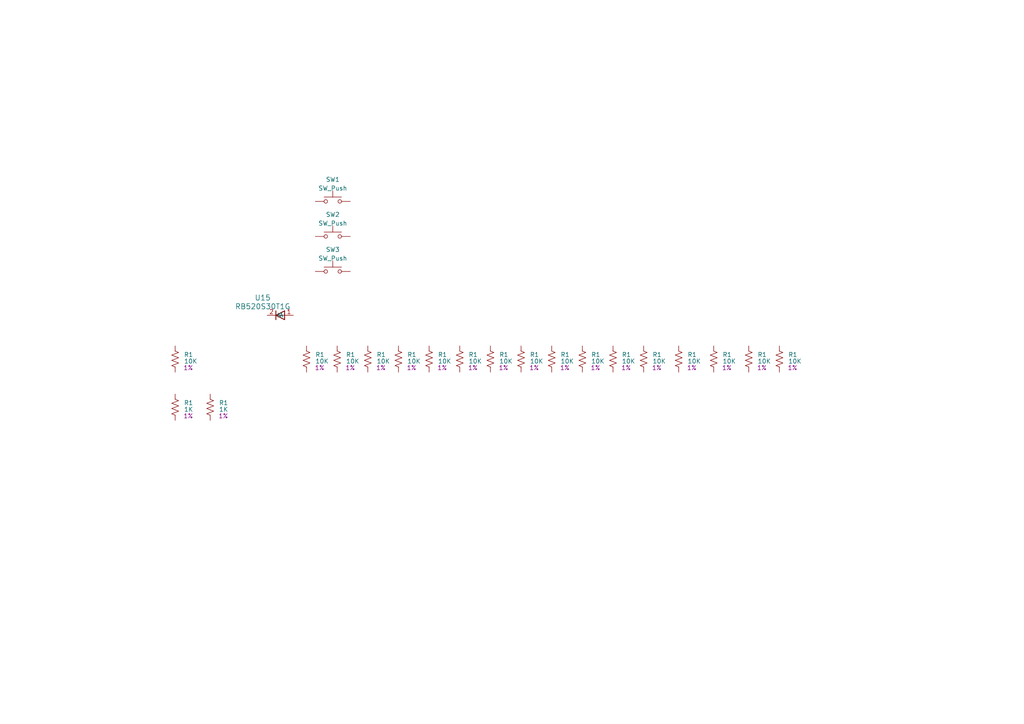
<source format=kicad_sch>
(kicad_sch (version 20230121) (generator eeschema)
  (paper "A4")
  (title_block (title "TI Ember AM62 SiP Concept") (date "2023-06-09") (rev "Rev 0") (company "Andrei Aldea - Texas Instruments"))
  (lib_symbols
    (symbol "2023-06-07_15-46-43:RB520S30T1G" (pin_names (offset 0.254))
      (property "Reference" "U" (at 3.81 6.35 0))
      (property "Value" "RB520S30T1G" (at 3.81 3.81 0))
      (symbol "RB520S30T1G_0_1"
        (polyline (pts (xy 2.54 1.27) (xy 2.54 -1.27)) (stroke (width 0.254)))
        (polyline (pts (xy 5.08 0) (xy 2.54 0)))
        (polyline (pts (xy 5.08 1.27) (xy 5.08 -1.27) (xy 2.54 0) (xy 5.08 1.27)) (stroke (width 0.254)))
      )
      (symbol "RB520S30T1G_1_1"
        (pin passive line (at 7.62 0 180) (length 2.54) (name "A") (number "1"))
        (pin passive line (at 0 0 0) (length 2.54) (name "K") (number "2"))
      )
    )
    (symbol "Device:R_US" (pin_numbers hide) (pin_names (offset 0))
      (property "Reference" "R" (at 2.54 0 90))
      (property "Value" "R_US" (at -2.54 0 90))
      (symbol "R_US_0_1"
        (polyline (pts (xy 0 -2.286) (xy 0 -2.54)))
        (polyline (pts (xy 0 2.286) (xy 0 2.54)))
        (polyline (pts (xy 0 -0.762) (xy 1.016 -1.143) (xy 0 -1.524) (xy -1.016 -1.905) (xy 0 -2.286)))
        (polyline (pts (xy 0 0.762) (xy 1.016 0.381) (xy 0 0) (xy -1.016 -0.381) (xy 0 -0.762)))
        (polyline (pts (xy 0 2.286) (xy 1.016 1.905) (xy 0 1.524) (xy -1.016 1.143) (xy 0 0.762)))
      )
      (symbol "R_US_1_1"
        (pin passive line (at 0 3.81 270) (length 1.27) (name "~") (number "1"))
        (pin passive line (at 0 -3.81 90) (length 1.27) (name "~") (number "2"))
      )
    )
    (symbol "Switch:SW_Push" (pin_numbers hide) (pin_names (offset 1.016) hide)
      (property "Reference" "SW" (at 1.27 2.54 0))
      (property "Value" "SW_Push" (at 0 -1.524 0))
      (symbol "SW_Push_0_1"
        (circle (center -2.032 0) (radius 0.508))
        (polyline (pts (xy 0 1.27) (xy 0 3.048)))
        (polyline (pts (xy 2.54 1.27) (xy -2.54 1.27)))
        (circle (center 2.032 0) (radius 0.508))
        (pin passive line (at -5.08 0 0) (length 2.54) (name "1") (number "1"))
        (pin passive line (at 5.08 0 180) (length 2.54) (name "2") (number "2"))
      )
    )
  )
  (symbol (lib_id "Switch:SW_Push") (at 96.52 58.42 0) (unit 1)
    (property "Reference" "SW1" (at 96.52 52.07 0))
    (property "Value" "SW_Push" (at 96.52 54.61 0))
  )
  (symbol (lib_id "Device:R_US") (at 207.01 104.14 0) (unit 1)
    (property "Reference" "R1" (at 209.55 102.87 0) (effects (justify left)))
    (property "Value" "10K" (at 209.55 104.775 0) (effects (justify left)))
    (property "Footprint" "Resistor_SMD:R_0201_0603Metric" (effects hide))
    (property "Tolerance" "1%" (at 210.82 106.68 0))
    (instances (project "TI Ember" (path "" (reference "R1") (unit 1)) (path "" (reference "R4") (unit 1)) (path "" (reference "R30") (unit 1)) (path "" (reference "R44") (unit 1))))
  )
  (symbol (lib_id "Switch:SW_Push") (at 96.52 68.58 0) (unit 1)
    (property "Reference" "SW2" (at 96.52 62.23 0))
    (property "Value" "SW_Push" (at 96.52 64.77 0))
  )
  (symbol (lib_id "Device:R_US") (at 97.79 104.14 0) (unit 1)
    (property "Reference" "R1" (at 100.33 102.87 0) (effects (justify left)))
    (property "Value" "10K" (at 100.33 104.775 0) (effects (justify left)))
    (property "Footprint" "Resistor_SMD:R_0201_0603Metric" (effects hide))
    (property "Tolerance" "1%" (at 101.6 106.68 0))
    (instances (project "TI Ember" (path "" (reference "R1") (unit 1)) (path "" (reference "R4") (unit 1)) (path "" (reference "R30") (unit 1)) (path "" (reference "R32") (unit 1))))
  )
  (symbol (lib_id "Device:R_US") (at 168.91 104.14 0) (unit 1)
    (property "Reference" "R1" (at 171.45 102.87 0) (effects (justify left)))
    (property "Value" "10K" (at 171.45 104.775 0) (effects (justify left)))
    (property "Footprint" "Resistor_SMD:R_0201_0603Metric" (effects hide))
    (property "Tolerance" "1%" (at 172.72 106.68 0))
    (instances (project "TI Ember" (path "" (reference "R1") (unit 1)) (path "" (reference "R4") (unit 1)) (path "" (reference "R30") (unit 1)) (path "" (reference "R40") (unit 1))))
  )
  (symbol (lib_id "Switch:SW_Push") (at 96.52 78.74 0) (unit 1)
    (property "Reference" "SW3" (at 96.52 72.39 0))
    (property "Value" "SW_Push" (at 96.52 74.93 0))
  )
  (symbol (lib_id "Device:R_US") (at 133.35 104.14 0) (unit 1)
    (property "Reference" "R1" (at 135.89 102.87 0) (effects (justify left)))
    (property "Value" "10K" (at 135.89 104.775 0) (effects (justify left)))
    (property "Footprint" "Resistor_SMD:R_0201_0603Metric" (effects hide))
    (property "Tolerance" "1%" (at 137.16 106.68 0))
    (instances (project "TI Ember" (path "" (reference "R1") (unit 1)) (path "" (reference "R4") (unit 1)) (path "" (reference "R30") (unit 1)) (path "" (reference "R36") (unit 1))))
  )
  (symbol (lib_id "Device:R_US") (at 160.02 104.14 0) (unit 1)
    (property "Reference" "R1" (at 162.56 102.87 0) (effects (justify left)))
    (property "Value" "10K" (at 162.56 104.775 0) (effects (justify left)))
    (property "Footprint" "Resistor_SMD:R_0201_0603Metric" (effects hide))
    (property "Tolerance" "1%" (at 163.83 106.68 0))
    (instances (project "TI Ember" (path "" (reference "R1") (unit 1)) (path "" (reference "R4") (unit 1)) (path "" (reference "R30") (unit 1)) (path "" (reference "R39") (unit 1))))
  )
  (symbol (lib_id "Device:R_US") (at 50.8 104.14 0) (unit 1)
    (property "Reference" "R1" (at 53.34 102.87 0) (effects (justify left)))
    (property "Value" "10K" (at 53.34 104.775 0) (effects (justify left)))
    (property "Footprint" "Resistor_SMD:R_0201_0603Metric" (effects hide))
    (property "Tolerance" "1%" (at 54.61 106.68 0))
    (instances (project "TI Ember" (path "" (reference "R1") (unit 1)) (path "" (reference "R4") (unit 1)) (path "" (reference "R30") (unit 1)) (path "" (reference "R47") (unit 1))))
  )
  (symbol (lib_id "Device:R_US") (at 60.96 118.11 0) (unit 1)
    (property "Reference" "R1" (at 63.5 116.84 0) (effects (justify left)))
    (property "Value" "1K" (at 63.5 118.745 0) (effects (justify left)))
    (property "Footprint" "Resistor_SMD:R_0201_0603Metric" (effects hide))
    (property "Tolerance" "1%" (at 64.77 120.65 0))
    (instances (project "TI Ember" (path "" (reference "R1") (unit 1)) (path "" (reference "R4") (unit 1)) (path "" (reference "R30") (unit 1)) (path "" (reference "R49") (unit 1))))
  )
  (symbol (lib_id "Device:R_US") (at 177.8 104.14 0) (unit 1)
    (property "Reference" "R1" (at 180.34 102.87 0) (effects (justify left)))
    (property "Value" "10K" (at 180.34 104.775 0) (effects (justify left)))
    (property "Footprint" "Resistor_SMD:R_0201_0603Metric" (effects hide))
    (property "Tolerance" "1%" (at 181.61 106.68 0))
    (instances (project "TI Ember" (path "" (reference "R1") (unit 1)) (path "" (reference "R4") (unit 1)) (path "" (reference "R30") (unit 1)) (path "" (reference "R41") (unit 1))))
  )
  (symbol (lib_id "Device:R_US") (at 124.46 104.14 0) (unit 1)
    (property "Reference" "R1" (at 127 102.87 0) (effects (justify left)))
    (property "Value" "10K" (at 127 104.775 0) (effects (justify left)))
    (property "Footprint" "Resistor_SMD:R_0201_0603Metric" (effects hide))
    (property "Tolerance" "1%" (at 128.27 106.68 0))
    (instances (project "TI Ember" (path "" (reference "R1") (unit 1)) (path "" (reference "R4") (unit 1)) (path "" (reference "R30") (unit 1)) (path "" (reference "R35") (unit 1))))
  )
  (symbol (lib_id "2023-06-07_15-46-43:RB520S30T1G") (at 77.47 91.44 0) (unit 1)
    (property "Reference" "U15" (at 76.2 86.36 0) (effects (font (size 1.524 1.524))))
    (property "Value" "RB520S30T1G" (at 76.2 88.9 0) (effects (font (size 1.524 1.524))))
    (property "Footprint" "SOD-523_0P9X1P3_ONS" (effects hide))
    (property "Datasheet" "RB520S30T1G" (effects hide))
    (instances (project "TI Ember" (path "" (reference "U15") (unit 1)) (path "" (reference "U16") (unit 1))))
  )
  (symbol (lib_id "Device:R_US") (at 50.8 118.11 0) (unit 1)
    (property "Reference" "R1" (at 53.34 116.84 0) (effects (justify left)))
    (property "Value" "1K" (at 53.34 118.745 0) (effects (justify left)))
    (property "Footprint" "Resistor_SMD:R_0201_0603Metric" (effects hide))
    (property "Tolerance" "1%" (at 54.61 120.65 0))
    (instances (project "TI Ember" (path "" (reference "R1") (unit 1)) (path "" (reference "R4") (unit 1)) (path "" (reference "R30") (unit 1)) (path "" (reference "R48") (unit 1))))
  )
  (symbol (lib_id "Device:R_US") (at 186.69 104.14 0) (unit 1)
    (property "Reference" "R1" (at 189.23 102.87 0) (effects (justify left)))
    (property "Value" "10K" (at 189.23 104.775 0) (effects (justify left)))
    (property "Footprint" "Resistor_SMD:R_0201_0603Metric" (effects hide))
    (property "Tolerance" "1%" (at 190.5 106.68 0))
    (instances (project "TI Ember" (path "" (reference "R1") (unit 1)) (path "" (reference "R4") (unit 1)) (path "" (reference "R30") (unit 1)) (path "" (reference "R42") (unit 1))))
  )
  (symbol (lib_id "Device:R_US") (at 217.17 104.14 0) (unit 1)
    (property "Reference" "R1" (at 219.71 102.87 0) (effects (justify left)))
    (property "Value" "10K" (at 219.71 104.775 0) (effects (justify left)))
    (property "Footprint" "Resistor_SMD:R_0201_0603Metric" (effects hide))
    (property "Tolerance" "1%" (at 220.98 106.68 0))
    (instances (project "TI Ember" (path "" (reference "R1") (unit 1)) (path "" (reference "R4") (unit 1)) (path "" (reference "R30") (unit 1)) (path "" (reference "R45") (unit 1))))
  )
  (symbol (lib_id "Device:R_US") (at 142.24 104.14 0) (unit 1)
    (property "Reference" "R1" (at 144.78 102.87 0) (effects (justify left)))
    (property "Value" "10K" (at 144.78 104.775 0) (effects (justify left)))
    (property "Footprint" "Resistor_SMD:R_0201_0603Metric" (effects hide))
    (property "Tolerance" "1%" (at 146.05 106.68 0))
    (instances (project "TI Ember" (path "" (reference "R1") (unit 1)) (path "" (reference "R4") (unit 1)) (path "" (reference "R30") (unit 1)) (path "" (reference "R37") (unit 1))))
  )
  (symbol (lib_id "Device:R_US") (at 115.57 104.14 0) (unit 1)
    (property "Reference" "R1" (at 118.11 102.87 0) (effects (justify left)))
    (property "Value" "10K" (at 118.11 104.775 0) (effects (justify left)))
    (property "Footprint" "Resistor_SMD:R_0201_0603Metric" (effects hide))
    (property "Tolerance" "1%" (at 119.38 106.68 0))
    (instances (project "TI Ember" (path "" (reference "R1") (unit 1)) (path "" (reference "R4") (unit 1)) (path "" (reference "R30") (unit 1)) (path "" (reference "R34") (unit 1))))
  )
  (symbol (lib_id "Device:R_US") (at 88.9 104.14 0) (unit 1)
    (property "Reference" "R1" (at 91.44 102.87 0) (effects (justify left)))
    (property "Value" "10K" (at 91.44 104.775 0) (effects (justify left)))
    (property "Footprint" "Resistor_SMD:R_0201_0603Metric" (effects hide))
    (property "Tolerance" "1%" (at 92.71 106.68 0))
    (instances (project "TI Ember" (path "" (reference "R1") (unit 1)) (path "" (reference "R4") (unit 1)) (path "" (reference "R30") (unit 1)) (path "" (reference "R31") (unit 1))))
  )
  (symbol (lib_id "Device:R_US") (at 151.13 104.14 0) (unit 1)
    (property "Reference" "R1" (at 153.67 102.87 0) (effects (justify left)))
    (property "Value" "10K" (at 153.67 104.775 0) (effects (justify left)))
    (property "Footprint" "Resistor_SMD:R_0201_0603Metric" (effects hide))
    (property "Tolerance" "1%" (at 154.94 106.68 0))
    (instances (project "TI Ember" (path "" (reference "R1") (unit 1)) (path "" (reference "R4") (unit 1)) (path "" (reference "R30") (unit 1)) (path "" (reference "R38") (unit 1))))
  )
  (symbol (lib_id "Device:R_US") (at 226.06 104.14 0) (unit 1)
    (property "Reference" "R1" (at 228.6 102.87 0) (effects (justify left)))
    (property "Value" "10K" (at 228.6 104.775 0) (effects (justify left)))
    (property "Footprint" "Resistor_SMD:R_0201_0603Metric" (effects hide))
    (property "Tolerance" "1%" (at 229.87 106.68 0))
    (instances (project "TI Ember" (path "" (reference "R1") (unit 1)) (path "" (reference "R4") (unit 1)) (path "" (reference "R30") (unit 1)) (path "" (reference "R46") (unit 1))))
  )
  (symbol (lib_id "Device:R_US") (at 106.68 104.14 0) (unit 1)
    (property "Reference" "R1" (at 109.22 102.87 0) (effects (justify left)))
    (property "Value" "10K" (at 109.22 104.775 0) (effects (justify left)))
    (property "Footprint" "Resistor_SMD:R_0201_0603Metric" (effects hide))
    (property "Tolerance" "1%" (at 110.49 106.68 0))
    (instances (project "TI Ember" (path "" (reference "R1") (unit 1)) (path "" (reference "R4") (unit 1)) (path "" (reference "R30") (unit 1)) (path "" (reference "R33") (unit 1))))
  )
  (symbol (lib_id "Device:R_US") (at 196.85 104.14 0) (unit 1)
    (property "Reference" "R1" (at 199.39 102.87 0) (effects (justify left)))
    (property "Value" "10K" (at 199.39 104.775 0) (effects (justify left)))
    (property "Footprint" "Resistor_SMD:R_0201_0603Metric" (effects hide))
    (property "Tolerance" "1%" (at 200.66 106.68 0))
    (instances (project "TI Ember" (path "" (reference "R1") (unit 1)) (path "" (reference "R4") (unit 1)) (path "" (reference "R30") (unit 1)) (path "" (reference "R43") (unit 1))))
  )
)
</source>
